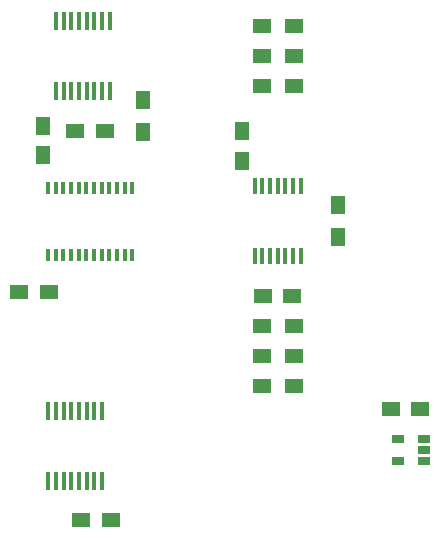
<source format=gbr>
%TF.GenerationSoftware,KiCad,Pcbnew,(5.1.9)-1*%
%TF.CreationDate,2021-06-26T09:10:02-04:00*%
%TF.ProjectId,AtariWiiWifi,41746172-6957-4696-9957-6966692e6b69,rev?*%
%TF.SameCoordinates,Original*%
%TF.FileFunction,Paste,Top*%
%TF.FilePolarity,Positive*%
%FSLAX46Y46*%
G04 Gerber Fmt 4.6, Leading zero omitted, Abs format (unit mm)*
G04 Created by KiCad (PCBNEW (5.1.9)-1) date 2021-06-26 09:10:02*
%MOMM*%
%LPD*%
G01*
G04 APERTURE LIST*
%ADD10R,1.250000X1.500000*%
%ADD11R,1.300000X1.500000*%
%ADD12R,1.500000X1.300000*%
%ADD13R,0.400000X1.100000*%
%ADD14R,0.450000X1.500000*%
%ADD15R,1.500000X1.250000*%
%ADD16R,1.060000X0.650000*%
%ADD17R,0.450000X1.450000*%
G04 APERTURE END LIST*
D10*
%TO.C,C1*%
X137642600Y-84627400D03*
X137642600Y-87127400D03*
%TD*%
D11*
%TO.C,R1*%
X146050000Y-85170000D03*
X146050000Y-82470000D03*
%TD*%
D12*
%TO.C,R2*%
X156130000Y-76200000D03*
X158830000Y-76200000D03*
%TD*%
%TO.C,R3*%
X158830000Y-101600000D03*
X156130000Y-101600000D03*
%TD*%
%TO.C,R4*%
X156130000Y-104140000D03*
X158830000Y-104140000D03*
%TD*%
D13*
%TO.C,U1*%
X138030000Y-89860000D03*
X138680000Y-89860000D03*
X139330000Y-89860000D03*
X139980000Y-89860000D03*
X140630000Y-89860000D03*
X141280000Y-89860000D03*
X141930000Y-89860000D03*
X142580000Y-89860000D03*
X143230000Y-89860000D03*
X143880000Y-89860000D03*
X144530000Y-89860000D03*
X145180000Y-89860000D03*
X145180000Y-95560000D03*
X144530000Y-95560000D03*
X143880000Y-95560000D03*
X143230000Y-95560000D03*
X142580000Y-95560000D03*
X141930000Y-95560000D03*
X141280000Y-95560000D03*
X140630000Y-95560000D03*
X139980000Y-95560000D03*
X139330000Y-95560000D03*
X138680000Y-95560000D03*
X138030000Y-95560000D03*
%TD*%
D14*
%TO.C,U2*%
X138695000Y-81690000D03*
X139345000Y-81690000D03*
X139995000Y-81690000D03*
X140645000Y-81690000D03*
X141295000Y-81690000D03*
X141945000Y-81690000D03*
X142595000Y-81690000D03*
X143245000Y-81690000D03*
X143245000Y-75790000D03*
X142595000Y-75790000D03*
X141945000Y-75790000D03*
X141295000Y-75790000D03*
X140645000Y-75790000D03*
X139995000Y-75790000D03*
X139345000Y-75790000D03*
X138695000Y-75790000D03*
%TD*%
%TO.C,U3*%
X138060000Y-108810000D03*
X138710000Y-108810000D03*
X139360000Y-108810000D03*
X140010000Y-108810000D03*
X140660000Y-108810000D03*
X141310000Y-108810000D03*
X141960000Y-108810000D03*
X142610000Y-108810000D03*
X142610000Y-114710000D03*
X141960000Y-114710000D03*
X141310000Y-114710000D03*
X140660000Y-114710000D03*
X140010000Y-114710000D03*
X139360000Y-114710000D03*
X138710000Y-114710000D03*
X138060000Y-114710000D03*
%TD*%
D15*
%TO.C,C2*%
X140863000Y-117983000D03*
X143363000Y-117983000D03*
%TD*%
%TO.C,C3*%
X135605200Y-98729800D03*
X138105200Y-98729800D03*
%TD*%
%TO.C,C4*%
X140355000Y-85090000D03*
X142855000Y-85090000D03*
%TD*%
%TO.C,C5*%
X156230000Y-99060000D03*
X158730000Y-99060000D03*
%TD*%
%TO.C,C6*%
X169545000Y-108585000D03*
X167045000Y-108585000D03*
%TD*%
D12*
%TO.C,R5*%
X156130000Y-78740000D03*
X158830000Y-78740000D03*
%TD*%
%TO.C,R6*%
X156130000Y-81280000D03*
X158830000Y-81280000D03*
%TD*%
%TO.C,R7*%
X158830000Y-106680000D03*
X156130000Y-106680000D03*
%TD*%
D11*
%TO.C,R8*%
X162560000Y-91360000D03*
X162560000Y-94060000D03*
%TD*%
D16*
%TO.C,U5*%
X167640000Y-113030000D03*
X167640000Y-111130000D03*
X169840000Y-111130000D03*
X169840000Y-112080000D03*
X169840000Y-113030000D03*
%TD*%
D17*
%TO.C,U6*%
X155530000Y-89760000D03*
X156180000Y-89760000D03*
X156830000Y-89760000D03*
X157480000Y-89760000D03*
X158130000Y-89760000D03*
X158780000Y-89760000D03*
X159430000Y-89760000D03*
X159430000Y-95660000D03*
X158780000Y-95660000D03*
X158130000Y-95660000D03*
X157480000Y-95660000D03*
X156830000Y-95660000D03*
X156180000Y-95660000D03*
X155530000Y-95660000D03*
%TD*%
D10*
%TO.C,C7*%
X154457400Y-85084600D03*
X154457400Y-87584600D03*
%TD*%
M02*

</source>
